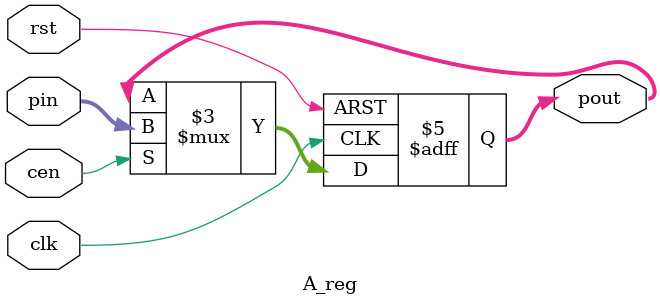
<source format=v>
`timescale 1ns/1ns
module A_reg(input clk, rst, cen, input [7:0] pin, output reg [7:0] pout);
	always @(posedge clk, posedge rst) begin
		if (rst) pout <= 8'b0;
		else if (cen) pout <= pin;
		else pout <= pout;
	end
endmodule
</source>
